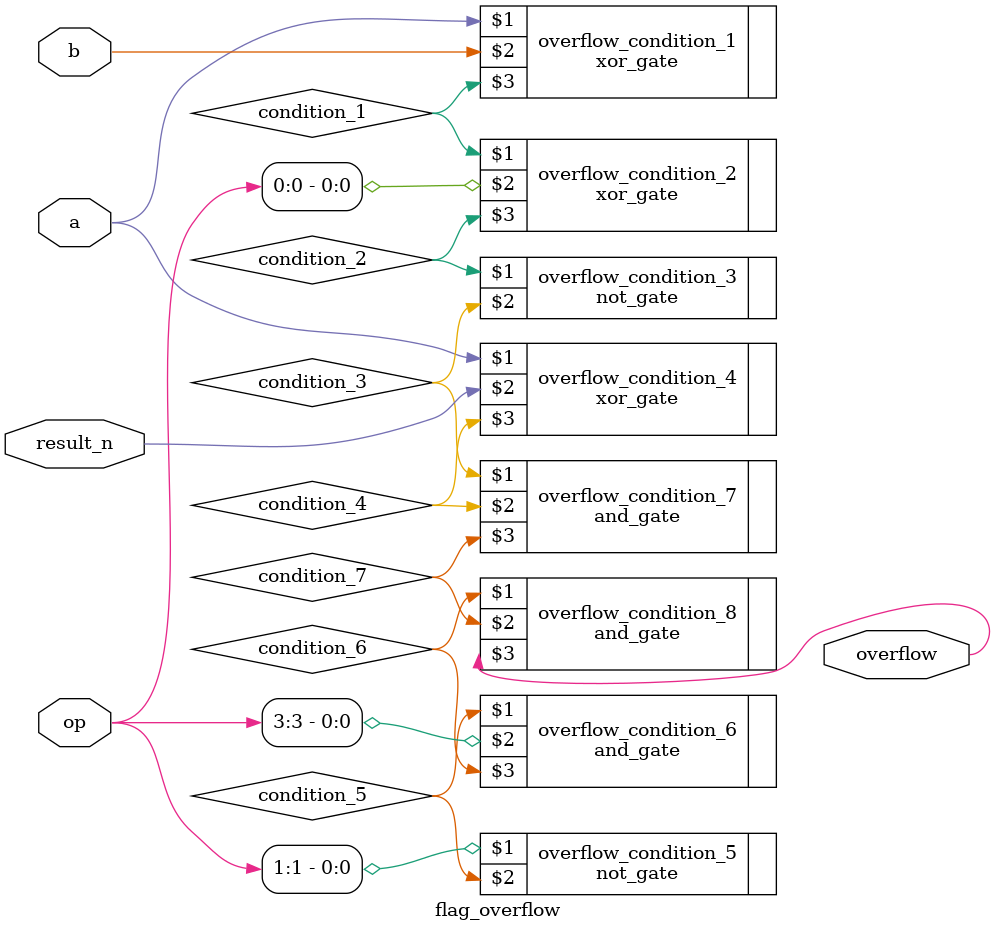
<source format=sv>
module flag_overflow (input logic a, b, result_n,
													input logic [3:0] op,
												   output logic overflow);
													
	logic condition_1;
	logic condition_2;
	logic condition_3;
	logic condition_4;
	logic condition_5;
	logic condition_6;
	logic condition_7;
	
	xor_gate #(1) overflow_condition_1(a, b, condition_1);
	xor_gate #(1) overflow_condition_2(condition_1, op[0], condition_2);
	not_gate #(1) overflow_condition_3(condition_2, condition_3);
	xor_gate #(1) overflow_condition_4(a, result_n, condition_4);
	not_gate #(1) overflow_condition_5(op[1], condition_5);
	and_gate #(1) overflow_condition_6(condition_5, op[3], condition_6);
	and_gate #(1) overflow_condition_7(condition_3, condition_4, condition_7);
	and_gate #(1) overflow_condition_8(condition_6, condition_7, overflow);
	
endmodule

</source>
